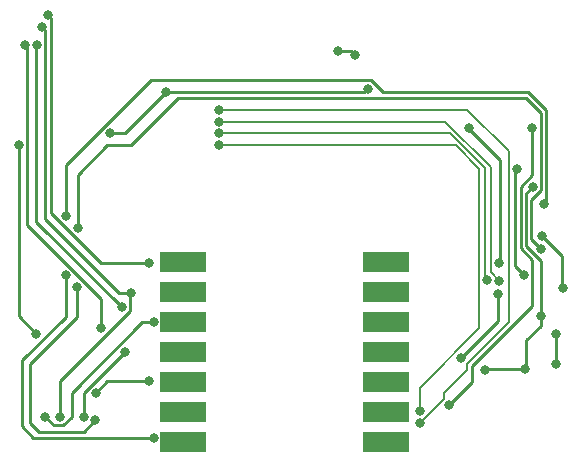
<source format=gbr>
%TF.GenerationSoftware,KiCad,Pcbnew,(6.0.6)*%
%TF.CreationDate,2022-12-14T10:50:40-06:00*%
%TF.ProjectId,Realm Card,5265616c-6d20-4436-9172-642e6b696361,A*%
%TF.SameCoordinates,Original*%
%TF.FileFunction,Copper,L2,Bot*%
%TF.FilePolarity,Positive*%
%FSLAX46Y46*%
G04 Gerber Fmt 4.6, Leading zero omitted, Abs format (unit mm)*
G04 Created by KiCad (PCBNEW (6.0.6)) date 2022-12-14 10:50:40*
%MOMM*%
%LPD*%
G01*
G04 APERTURE LIST*
%TA.AperFunction,ComponentPad*%
%ADD10R,4.000000X1.700000*%
%TD*%
%TA.AperFunction,ViaPad*%
%ADD11C,0.800000*%
%TD*%
%TA.AperFunction,Conductor*%
%ADD12C,0.250000*%
%TD*%
%TA.AperFunction,Conductor*%
%ADD13C,0.200000*%
%TD*%
G04 APERTURE END LIST*
D10*
%TO.P,J1,1,Pin_1*%
%TO.N,WR*%
X16380000Y-22380000D03*
%TO.P,J1,2,Pin_2*%
%TO.N,SCK*%
X16380000Y-24920000D03*
%TO.P,J1,3,Pin_3*%
%TO.N,MISO*%
X16380000Y-27460000D03*
%TO.P,J1,4,Pin_4*%
%TO.N,MOSI*%
X16380000Y-30000000D03*
%TO.P,J1,5,Pin_5*%
%TO.N,+3.3V*%
X16380000Y-32540000D03*
%TO.P,J1,6,Pin_6*%
%TO.N,GND*%
X16380000Y-35080000D03*
%TO.P,J1,7,Pin_7*%
%TO.N,+5V*%
X16380000Y-37620000D03*
%TO.P,J1,8,Pin_8*%
%TO.N,BAT CHG*%
X33620000Y-22380000D03*
%TO.P,J1,9,Pin_9*%
%TO.N,LCD_CS*%
X33620000Y-24920000D03*
%TO.P,J1,10,Pin_10*%
%TO.N,SD_CS*%
X33620000Y-27460000D03*
%TO.P,J1,11,Pin_11*%
%TO.N,X+*%
X33620000Y-30000000D03*
%TO.P,J1,12,Pin_12*%
%TO.N,X-*%
X33620000Y-32540000D03*
%TO.P,J1,13,Pin_13*%
%TO.N,Y+*%
X33620000Y-35080000D03*
%TO.P,J1,14,Pin_14*%
%TO.N,Y-*%
X33620000Y-37620000D03*
%TD*%
D11*
%TO.N,+5V*%
X46012299Y-16012299D03*
X14000000Y-37250000D03*
X47000000Y-17500000D03*
X42000000Y-31500000D03*
X46724500Y-26963529D03*
X45341779Y-31413878D03*
X6487701Y-23512299D03*
X6512299Y-18487701D03*
%TO.N,VBAT*%
X40000000Y-30500000D03*
X43099346Y-25099346D03*
%TO.N,+3.3V*%
X15000000Y-8000000D03*
X10224500Y-11500000D03*
X32060453Y-7717631D03*
X3987701Y-28487701D03*
X9012299Y-33512299D03*
X2500000Y-12500000D03*
X13500000Y-32500000D03*
%TO.N,SD_CS*%
X46730546Y-21268747D03*
X7487701Y-24512299D03*
X7512299Y-19487701D03*
X9000000Y-35750000D03*
%TO.N,MOSI*%
X11500000Y-30000000D03*
X3050997Y-4000000D03*
X9487701Y-27987701D03*
X8000000Y-35500000D03*
%TO.N,SCK*%
X29512299Y-4487701D03*
X30974500Y-4855758D03*
X12000000Y-25000000D03*
X6000000Y-35500000D03*
X4500000Y-2500000D03*
%TO.N,MISO*%
X14000000Y-27500000D03*
X11237700Y-26237700D03*
X4050500Y-4000000D03*
X4750000Y-35500000D03*
%TO.N,Net-(J3-Pad1)*%
X46000000Y-11000000D03*
X38945498Y-34500000D03*
%TO.N,Y+*%
X19500000Y-12500000D03*
X36445498Y-35000000D03*
%TO.N,X+*%
X19500000Y-11500000D03*
X42199500Y-23949500D03*
%TO.N,Y-*%
X36445498Y-36000000D03*
X19500000Y-9500000D03*
%TO.N,X-*%
X19500000Y-10500000D03*
X43197019Y-24012429D03*
%TO.N,WR*%
X13500000Y-22500000D03*
X5000000Y-1500000D03*
%TO.N,LCD_CS*%
X43199500Y-22500000D03*
X40614859Y-11040839D03*
%TO.N,Net-(R4-Pad1)*%
X48000000Y-28500000D03*
X48000000Y-31000000D03*
%TO.N,Net-(R3-Pad2)*%
X48610874Y-24624422D03*
X46800000Y-20200000D03*
%TO.N,BAT CHG*%
X45276000Y-23500000D03*
X44699500Y-14500000D03*
%TD*%
D12*
%TO.N,+5V*%
X6500000Y-14199195D02*
X13706564Y-6992631D01*
X14000000Y-37250000D02*
X3750000Y-37250000D01*
X33368127Y-8000000D02*
X45636396Y-8000000D01*
X45471795Y-29028205D02*
X46724500Y-27775500D01*
X46724500Y-26963529D02*
X46724500Y-22287299D01*
X45450000Y-21012799D02*
X45450000Y-16574598D01*
X46724500Y-27775500D02*
X46724500Y-26963529D01*
X13706564Y-6992631D02*
X32360758Y-6992631D01*
X45636396Y-8000000D02*
X47187299Y-9550903D01*
X6500000Y-18475402D02*
X6500000Y-14199195D01*
X46724500Y-22287299D02*
X45450000Y-21012799D01*
X45341779Y-31413878D02*
X42086122Y-31413878D01*
X2775000Y-30725000D02*
X6487701Y-27012299D01*
X47187299Y-17312701D02*
X47000000Y-17500000D01*
X45471795Y-31283862D02*
X45471795Y-29028205D01*
X3750000Y-37250000D02*
X2775000Y-36275000D01*
X42086122Y-31413878D02*
X42000000Y-31500000D01*
X45450000Y-16574598D02*
X46012299Y-16012299D01*
X6512299Y-18487701D02*
X6500000Y-18475402D01*
X45341779Y-31413878D02*
X45471795Y-31283862D01*
X6487701Y-27012299D02*
X6487701Y-23512299D01*
X47187299Y-9550903D02*
X47187299Y-17312701D01*
X32360758Y-6992631D02*
X33368127Y-8000000D01*
X2775000Y-36275000D02*
X2775000Y-30725000D01*
%TO.N,VBAT*%
X43099346Y-27400654D02*
X40000000Y-30500000D01*
X43099346Y-25099346D02*
X43099346Y-27400654D01*
%TO.N,+3.3V*%
X13500000Y-32500000D02*
X10024598Y-32500000D01*
X3987701Y-28487701D02*
X2500000Y-27000000D01*
X10224500Y-11500000D02*
X11500000Y-11500000D01*
X10024598Y-32500000D02*
X9012299Y-33512299D01*
X2500000Y-27000000D02*
X2500000Y-12500000D01*
X32060453Y-7717631D02*
X31778084Y-8000000D01*
X11500000Y-11500000D02*
X15000000Y-8000000D01*
X31778084Y-8000000D02*
X15000000Y-8000000D01*
%TO.N,SD_CS*%
X45900000Y-17149903D02*
X46737299Y-16312604D01*
X45500000Y-8500000D02*
X16000000Y-8500000D01*
X7487701Y-27012299D02*
X3500000Y-31000000D01*
X46737299Y-16312604D02*
X46737299Y-9737299D01*
X7512299Y-14987701D02*
X7512299Y-19487701D01*
X12000000Y-12500000D02*
X10000000Y-12500000D01*
X46730546Y-21268747D02*
X45900000Y-20438201D01*
X46737299Y-9737299D02*
X45500000Y-8500000D01*
X4250000Y-36750000D02*
X8000000Y-36750000D01*
X8000000Y-36750000D02*
X9000000Y-35750000D01*
X16000000Y-8500000D02*
X12000000Y-12500000D01*
X7487701Y-24512299D02*
X7487701Y-27012299D01*
X45900000Y-20438201D02*
X45900000Y-17149903D01*
X10000000Y-12500000D02*
X7512299Y-14987701D01*
X3500000Y-31000000D02*
X3500000Y-36000000D01*
X3500000Y-36000000D02*
X4250000Y-36750000D01*
%TO.N,MOSI*%
X3225000Y-4174003D02*
X3225000Y-19225000D01*
X8000000Y-33500000D02*
X11500000Y-30000000D01*
X8000000Y-35500000D02*
X8000000Y-33500000D01*
X3225000Y-19225000D02*
X9500000Y-25500000D01*
X3050997Y-4000000D02*
X3225000Y-4174003D01*
X9500000Y-25500000D02*
X9500000Y-28000000D01*
%TO.N,SCK*%
X11000000Y-25000000D02*
X4775000Y-18775000D01*
X30606443Y-4487701D02*
X30974500Y-4855758D01*
X4775000Y-2775000D02*
X4500000Y-2500000D01*
X12000000Y-25000000D02*
X11000000Y-25000000D01*
X11962700Y-26537300D02*
X6000000Y-32500000D01*
X12000000Y-25000000D02*
X11962700Y-25037300D01*
X6000000Y-32500000D02*
X6000000Y-35500000D01*
X4775000Y-18775000D02*
X4775000Y-2775000D01*
X11962700Y-25037300D02*
X11962700Y-26537300D01*
X29512299Y-4487701D02*
X30606443Y-4487701D01*
%TO.N,MISO*%
X4000000Y-4050500D02*
X4000000Y-19000000D01*
X14000000Y-27500000D02*
X12974695Y-27500000D01*
X7000000Y-33474695D02*
X7000000Y-35525305D01*
X6300305Y-36225000D02*
X5475000Y-36225000D01*
X4000000Y-19000000D02*
X11237700Y-26237700D01*
X5475000Y-36225000D02*
X4750000Y-35500000D01*
X4050500Y-4000000D02*
X4000000Y-4050500D01*
X7000000Y-35525305D02*
X6300305Y-36225000D01*
X12974695Y-27500000D02*
X7000000Y-33474695D01*
%TO.N,Net-(J3-Pad1)*%
X46000500Y-22199695D02*
X46000500Y-26090490D01*
X46000500Y-26090490D02*
X40925000Y-31165990D01*
X45000000Y-21199195D02*
X46000500Y-22199695D01*
X40925000Y-31165990D02*
X40925000Y-32520498D01*
X45000000Y-16000000D02*
X45000000Y-21199195D01*
X46000000Y-15000000D02*
X45000000Y-16000000D01*
X46000000Y-11000000D02*
X46000000Y-15000000D01*
X40925000Y-32520498D02*
X38945498Y-34500000D01*
D13*
%TO.N,Y+*%
X36445498Y-35000000D02*
X36445498Y-33064552D01*
X41500000Y-28010050D02*
X41500000Y-14500000D01*
X36445498Y-33064552D02*
X41500000Y-28010050D01*
X41500000Y-14500000D02*
X39500000Y-12500000D01*
X39500000Y-12500000D02*
X19500000Y-12500000D01*
%TO.N,X+*%
X42199500Y-23949500D02*
X42000000Y-23750000D01*
X39065686Y-11500000D02*
X19500000Y-11500000D01*
X42000000Y-23750000D02*
X42000000Y-14434314D01*
X42000000Y-14434314D02*
X39065686Y-11500000D01*
%TO.N,Y-*%
X40500000Y-30989950D02*
X44000000Y-27489950D01*
X38500000Y-33500000D02*
X40500000Y-31500000D01*
X44000000Y-13000000D02*
X40500000Y-9500000D01*
X38500000Y-33945498D02*
X38500000Y-33500000D01*
X36445498Y-36000000D02*
X38500000Y-33945498D01*
X44000000Y-27489950D02*
X44000000Y-13000000D01*
X40500000Y-9500000D02*
X19500000Y-9500000D01*
X40500000Y-31500000D02*
X40500000Y-30989950D01*
%TO.N,X-*%
X42500000Y-23260050D02*
X42500000Y-14368628D01*
X43197019Y-23957069D02*
X42500000Y-23260050D01*
X42500000Y-14368628D02*
X38631372Y-10500000D01*
X43197019Y-24012429D02*
X43197019Y-23957069D01*
X38631372Y-10500000D02*
X19500000Y-10500000D01*
D12*
%TO.N,WR*%
X9500000Y-22500000D02*
X13500000Y-22500000D01*
X5225000Y-18225000D02*
X9500000Y-22500000D01*
X5225000Y-1725000D02*
X5225000Y-18225000D01*
X5000000Y-1500000D02*
X5225000Y-1725000D01*
%TO.N,LCD_CS*%
X43250000Y-13750000D02*
X43250000Y-22449500D01*
X40614859Y-11040839D02*
X40614859Y-11114859D01*
X43250000Y-22449500D02*
X43199500Y-22500000D01*
X40614859Y-11114859D02*
X43250000Y-13750000D01*
%TO.N,Net-(R4-Pad1)*%
X48000000Y-28500000D02*
X48000000Y-31000000D01*
%TO.N,Net-(R3-Pad2)*%
X48500000Y-24513548D02*
X48610874Y-24624422D01*
X46800000Y-20200000D02*
X48500000Y-21900000D01*
X48500000Y-21900000D02*
X48500000Y-24513548D01*
%TO.N,BAT CHG*%
X44500000Y-22724000D02*
X44500000Y-14699500D01*
X45276000Y-23500000D02*
X44500000Y-22724000D01*
X44500000Y-14699500D02*
X44699500Y-14500000D01*
%TD*%
M02*

</source>
